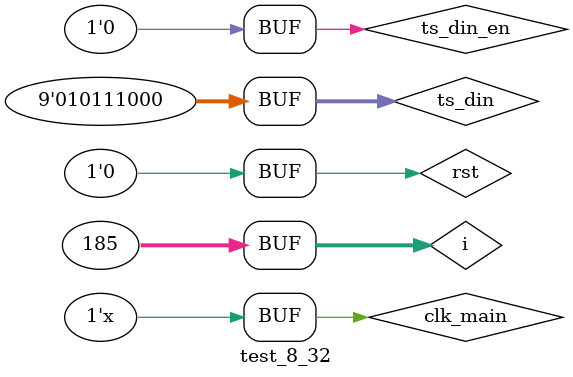
<source format=v>
`timescale 1ns / 1ps


module test_8_32;

	// Inputs
	reg clk_main;
	reg rst;
	reg [8:0] ts_din;
	reg ts_din_en;

	// Outputs
	wire [32:0] ts_dout;
	wire ts_dout_en;

	// Instantiate the Unit Under Test (UUT)
	ts_8to64 uut (
		.clk_main(clk_main), 
		.rst(rst), 
		.ts_din(ts_din), 
		.ts_din_en(ts_din_en), 
		.ts_dout(ts_dout), 
		.ts_dout_en(ts_dout_en)
	);
integer i;
	initial begin
		// Initialize Inputs
		clk_main = 0;
		rst = 0;
		ts_din = 0;
		ts_din_en = 0;


		#3 rst=1;
		#4 rst=0;
		// Wait 100 ns for global reset to finish
		#100;
        
        ts_din_en=1;
        ts_din=9'h101;
        #10 ts_din=9'h000;
        #10 ts_din=9'h010;
        #10 ts_din=9'h001;
        #10 ts_din=9'h0c0;
        #10 ts_din=9'h012;
        #10 ts_din=9'h008;
        #10 ts_din=9'h002;
        #10 ts_din_en=0;
        
        #100 ts_din_en=1;
       		ts_din=9'h04e;
        #10 ts_din=9'h020;
        #10 ts_din_en=0;
        
        
        #50 ts_din_en=1;
        ts_din=9'h047;
        #10 ts_din=9'h040;
        #10 ts_din=9'h001;
        #10 ts_din=9'h000;
        for(i=1;i<185;i=i+1)
        #10 ts_din=i;
        #10 ts_din_en=0;
        
        
        
		// Add stimulus here

	end
	
	always # 5 clk_main=~clk_main;
      
endmodule


</source>
